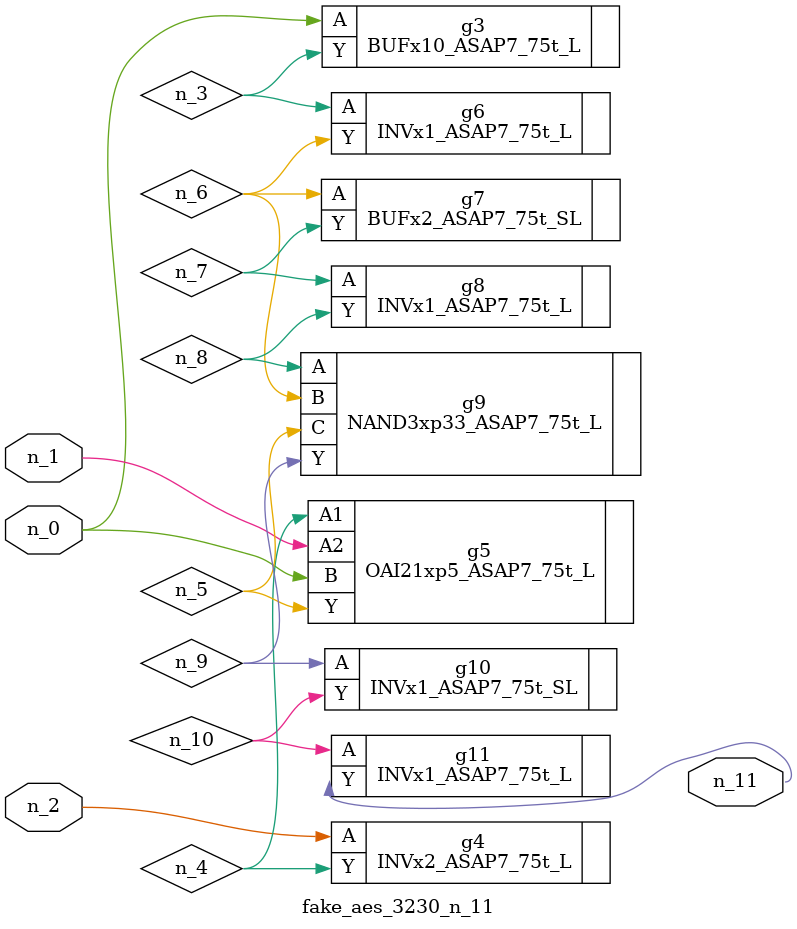
<source format=v>
module fake_aes_3230_n_11 (n_1, n_2, n_0, n_11);
input n_1;
input n_2;
input n_0;
output n_11;
wire n_6;
wire n_4;
wire n_3;
wire n_9;
wire n_5;
wire n_7;
wire n_10;
wire n_8;
BUFx10_ASAP7_75t_L g3 ( .A(n_0), .Y(n_3) );
INVx2_ASAP7_75t_L g4 ( .A(n_2), .Y(n_4) );
OAI21xp5_ASAP7_75t_L g5 ( .A1(n_4), .A2(n_1), .B(n_0), .Y(n_5) );
INVx1_ASAP7_75t_L g6 ( .A(n_3), .Y(n_6) );
BUFx2_ASAP7_75t_SL g7 ( .A(n_6), .Y(n_7) );
INVx1_ASAP7_75t_L g8 ( .A(n_7), .Y(n_8) );
NAND3xp33_ASAP7_75t_L g9 ( .A(n_8), .B(n_6), .C(n_5), .Y(n_9) );
INVx1_ASAP7_75t_SL g10 ( .A(n_9), .Y(n_10) );
INVx1_ASAP7_75t_L g11 ( .A(n_10), .Y(n_11) );
endmodule
</source>
